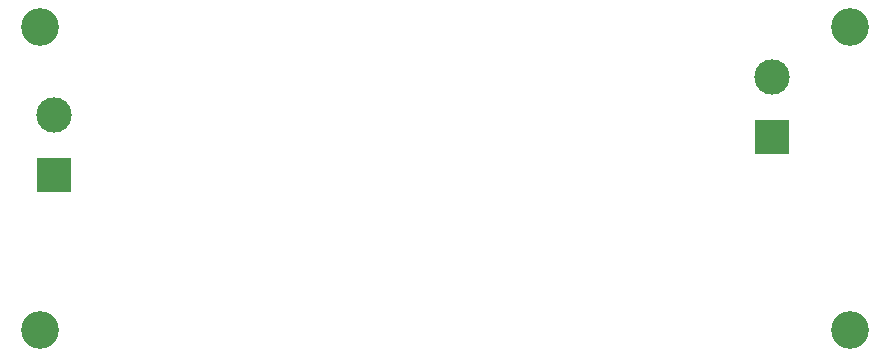
<source format=gbr>
%TF.GenerationSoftware,KiCad,Pcbnew,(5.1.8)-1*%
%TF.CreationDate,2022-04-01T10:58:03+02:00*%
%TF.ProjectId,HVPowerSupply,4856506f-7765-4725-9375-70706c792e6b,0*%
%TF.SameCoordinates,Original*%
%TF.FileFunction,Soldermask,Bot*%
%TF.FilePolarity,Negative*%
%FSLAX46Y46*%
G04 Gerber Fmt 4.6, Leading zero omitted, Abs format (unit mm)*
G04 Created by KiCad (PCBNEW (5.1.8)-1) date 2022-04-01 10:58:03*
%MOMM*%
%LPD*%
G01*
G04 APERTURE LIST*
%ADD10C,3.200000*%
%ADD11C,3.000000*%
%ADD12R,3.000000X3.000000*%
G04 APERTURE END LIST*
D10*
%TO.C,H4*%
X180530500Y-121412000D03*
%TD*%
%TO.C,H3*%
X111950500Y-121412000D03*
%TD*%
%TO.C,H2*%
X180530500Y-95821500D03*
%TD*%
%TO.C,H1*%
X111950500Y-95821500D03*
%TD*%
D11*
%TO.C,J2*%
X113157000Y-103251000D03*
D12*
X113157000Y-108331000D03*
%TD*%
D11*
%TO.C,J1*%
X173926500Y-100012500D03*
D12*
X173926500Y-105092500D03*
%TD*%
M02*

</source>
